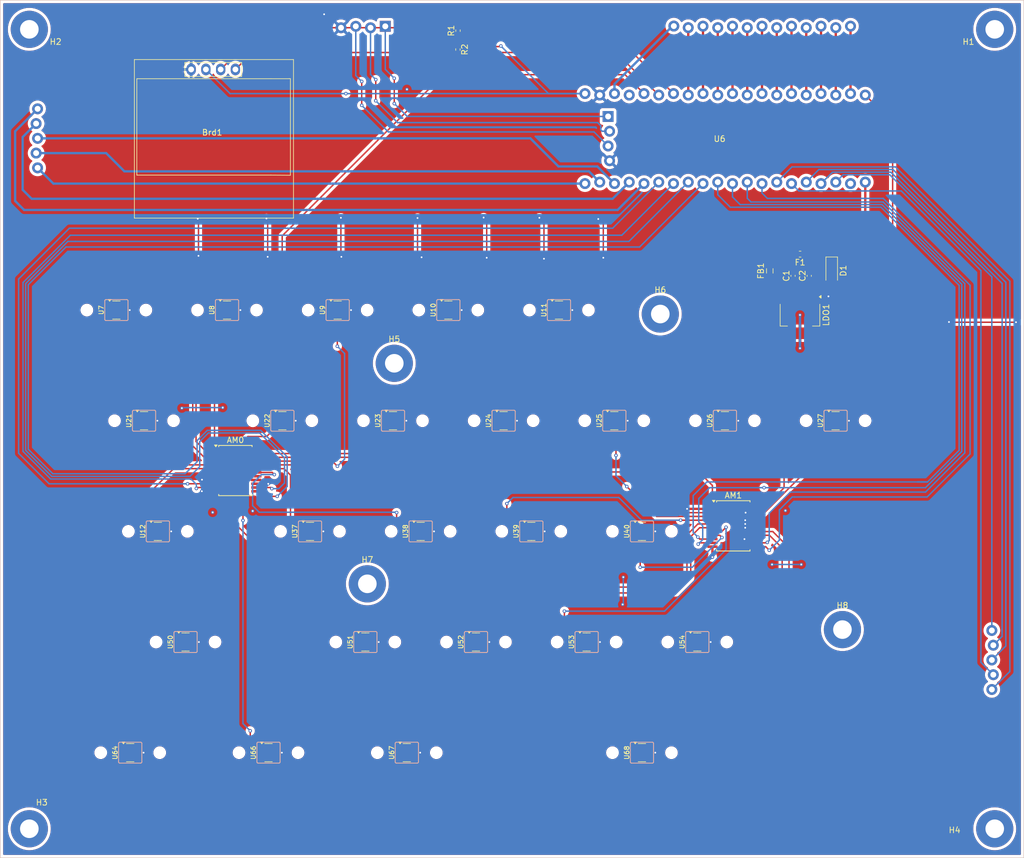
<source format=kicad_pcb>
(kicad_pcb (version 20241229) (generator "pcbnew") (generator_version "9.0")
  (layers (0 "F.Cu" signal) (2 "B.Cu" signal) (13 "F.Paste" user) (15 "B.Paste" user) (5 "F.SilkS" user "F.Silkscreen") (7 "B.SilkS" user "B.Silkscreen") (1 "F.Mask" user) (3 "B.Mask" user) (25 "Edge.Cuts" user))
  (net 0 "")
  (net 1 "AM0:11")
  (net 2 "+3V3")
  (net 3 "AM0:1")
  (net 4 "AM0:6")
  (net 5 "AM0:14")
  (net 6 "AM0:10")
  (net 7 "AM0:8")
  (net 8 "AM0:9")
  (net 9 "AM0:2")
  (net 10 "AM0:SELECT1")
  (net 11 "AM0")
  (net 12 "GND")
  (net 13 "AM0:7")
  (net 14 "AM0:12")
  (net 15 "AM0:15")
  (net 16 "AM0:3")
  (net 17 "AM0:4")
  (net 18 "AM0:5")
  (net 19 "AM0:13")
  (net 20 "PB6_SCL1")
  (net 21 "+3.3V_QWIIC")
  (net 22 "PB7_SDA1")
  (net 23 "AM1:6")
  (net 24 "AM0:SELECT0")
  (net 25 "AM1:5")
  (net 26 "AM1:8")
  (net 27 "AM1:10")
  (net 28 "AM1:4")
  (net 29 "AM1:0")
  (net 30 "AM1:3")
  (net 31 "AM1:1")
  (net 32 "AM1:15")
  (net 33 "AM1:2")
  (net 34 "AM1:14")
  (net 35 "USART1_TX")
  (net 36 "NRST")
  (net 37 "PA8_DISP_DATA")
  (net 38 "unconnected-(U6-PB2-Pad36)")
  (net 39 "PB4_DISP_CS")
  (net 40 "unconnected-(U6-3V3-Pad38)")
  (net 41 "PB3_DISP_SCK")
  (net 42 "unconnected-(U6-PC15-Pad24)")
  (net 43 "USB_D-")
  (net 44 "PWR_SENSE")
  (net 45 "unconnected-(U6-PA15-Pad10)")
  (net 46 "SWDIO")
  (net 47 "+5V")
  (net 48 "unconnected-(U6-VBAT-Pad21)")
  (net 49 "FLASH_CS")
  (net 50 "unconnected-(U6-PC14-Pad23)")
  (net 51 "RGBLED")
  (net 52 "unconnected-(U6-5V-Pad18)")
  (net 53 "PB1_ADC9_BUZZ")
  (net 54 "USART1_RX")
  (net 55 "PB15_MOSI2")
  (net 56 "unconnected-(U6-PC13-Pad22)")
  (net 57 "PB14_MISO2")
  (net 58 "SWCLK")
  (net 59 "AM1")
  (net 60 "USB_D+")
  (net 61 "AM0:SELECT3")
  (net 62 "PB0_ADC8")
  (net 63 "PB13_SCK2")
  (net 64 "SWD_3.3V")
  (net 65 "AM0:SELECT2")
  (net 66 "AM1:SELECT0")
  (net 67 "AM1:SELECT3")
  (net 68 "AM1:SELECT2")
  (net 69 "AM1:SELECT1")
  (net 70 "Net-(LDO1-VI)")
  (net 71 "Net-(D1-K)")
  (net 72 "Net-(F1-Pad2)")
  (footprint "" (layer "F.Cu") (at 315.97 208.51 90)
    (property "Reference" "")
    (property "Value" "")
  )
  (footprint "" (layer "F.Cu") (at 203.92 104.744 -90)
    (property "Reference" "")
    (property "Value" "")
  )
  (footprint "PCM_marbastlib-xp-he:SW_MX_HE_0deg_1u" (layer "F.Cu") (at 208.10625 210.5)
    (property "Reference" "U51")
    (property "Value" "GH39FKSW")
  )
  (footprint "MountingHole:MountingHole_3.2mm_M3_Pad" (layer "F.Cu") (at 150.25625 242.65)
    (property "Reference" "H3")
    (property "Value" "MountingHole")
  )
  (footprint "MountingHole:MountingHole_3.2mm_M3_Pad" (layer "F.Cu") (at 316.46875 105.0125)
    (property "Reference" "H1")
    (property "Value" "MountingHole")
  )
  (footprint "" (layer "F.Cu") (at 151.68 118.7 90)
    (property "Reference" "")
    (property "Value" "")
  )
  (footprint "PCM_marbastlib-xp-he:SW_MX_HE_0deg_1u" (layer "F.Cu") (at 255.73125 191.45)
    (property "Reference" "U40")
    (property "Value" "GH39FKSW")
  )
  (footprint "" (layer "F.Cu") (at 266.24 104.47)
    (property "Reference" "")
    (property "Value" "")
  )
  (footprint "SSD1306:128x64OLED" (layer "F.Cu") (at 181.7375 122.51875)
    (property "Reference" "Brd1")
    (property "Value" "SSD1306")
  )
  (footprint "PCM_marbastlib-xp-he:SW_MX_HE_0deg_1u" (layer "F.Cu") (at 212.86875 172.4)
    (property "Reference" "U23")
    (property "Value" "GH39FKSW")
  )
  (footprint "PCM_marbastlib-xp-he:SW_MX_HE_0deg_1u" (layer "F.Cu") (at 198.58125 191.45)
    (property "Reference" "U37")
    (property "Value" "GH39FKSW")
  )
  (footprint "Inductor_SMD:L_0805_2012Metric" (layer "F.Cu") (at 277.74 146.6 90)
    (property "Reference" "FB1")
    (property "Value" "100 @ 100 MHz")
  )
  (footprint "PCM_marbastlib-xp-he:SW_MX_HE_0deg_1u" (layer "F.Cu") (at 236.68125 191.45)
    (property "Reference" "U39")
    (property "Value" "GH39FKSW")
  )
  (footprint "PCM_marbastlib-xp-he:SW_MX_HE_0deg_1.25u" (layer "F.Cu") (at 167.625 229.55)
    (property "Reference" "U64")
    (property "Value" "GH39FKSW")
  )
  (footprint "MountingHole:MountingHole_3.2mm_M3_Pad" (layer "F.Cu") (at 316.46875 242.65)
    (property "Reference" "H4")
    (property "Value" "MountingHole")
  )
  (footprint "" (layer "F.Cu") (at 273.86 104.724)
    (property "Reference" "")
    (property "Value" "")
  )
  (footprint "Resistor_SMD:R_0402_1005Metric" (layer "F.Cu") (at 224.06 105.24 90)
    (property "Reference" "R1")
    (property "Value" "2k2")
  )
  (footprint "MountingHole:MountingHole_3.2mm_M3_Pad" (layer "F.Cu") (at 258.89 154.03)
    (property "Reference" "H6")
    (property "Value" "MountingHole")
  )
  (footprint "" (layer "F.Cu") (at 151.68 128.86 90)
    (property "Reference" "")
    (property "Value" "")
  )
  (footprint "" (layer "F.Cu") (at 209 104.744 -90)
    (property "Reference" "")
    (property "Value" "")
  )
  (footprint "" (layer "F.Cu") (at 291.64 104.47)
    (property "Reference" "")
    (property "Value" "")
  )
  (footprint "" (layer "F.Cu") (at 284.02 104.724)
    (property "Reference" "")
    (property "Value" "")
  )
  (footprint "" (layer "F.Cu") (at 276.4 104.47)
    (property "Reference" "")
    (property "Value" "")
  )
  (footprint "" (layer "F.Cu") (at 263.7 104.724)
    (property "Reference" "")
    (property "Value" "")
  )
  (footprint "" (layer "F.Cu") (at 278.94 104.724)
    (property "Reference" "")
    (property "Value" "")
  )
  (footprint "PCM_marbastlib-xp-he:SW_MX_HE_0deg_1.75u" (layer "F.Cu") (at 172.3875 191.45)
    (property "Reference" "U12")
    (property "Value" "GH39FKSW")
  )
  (footprint "PCM_marbastlib-xp-he:SW_MX_HE_0deg_1u" (layer "F.Cu") (at 265.25625 210.5)
    (property "Reference" "U54")
    (property "Value" "GH39FKSW")
  )
  (footprint "Package_TO_SOT_SMD:SOT-223-3_TabPin2" (layer "F.Cu") (at 282.94 154.19 -90)
    (property "Reference" "LDO1")
    (property "Value" "AMS1117-3.3")
  )
  (footprint "PCM_marbastlib-xp-he:SW_MX_HE_0deg_1u" (layer "F.Cu") (at 193.81875 172.4)
    (property "Reference" "U22")
    (property "Value" "GH39FKSW")
  )
  (footprint "PCM_marbastlib-xp-he:SW_MX_HE_0deg_1u" (layer "F.Cu") (at 203.34375 153.35)
    (property "Reference" "U9")
    (property "Value" "GH39FKSW")
  )
  (footprint "PCM_marbastlib-xp-he:SW_MX_HE_0deg_3u" (layer "F.Cu") (at 255.73125 229.55)
    (property "Reference" "U68")
    (property "Value" "GH39FKSW")
  )
  (footprint "PCM_marbastlib-xp-he:SW_MX_HE_0deg_1u" (layer "F.Cu") (at 165.24375 153.35)
    (property "Reference" "U7")
    (property "Value" "GH39FKSW")
  )
  (footprint "Capacitor_SMD:C_0402_1005Metric" (layer "F.Cu") (at 281.75 147.45 90)
    (property "Reference" "C1")
    (property "Value" "10u")
  )
  (footprint "" (layer "F.Cu") (at 151.426 121.24 90)
    (property "Reference" "")
    (property "Value" "")
  )
  (footprint "PCM_marbastlib-xp-he:SW_MX_HE_0deg_1.25u" (layer "F.Cu") (at 191.4375 229.55)
    (property "Reference" "U66")
    (property "Value" "GH39FKSW")
  )
  (footprint "PCM_marbastlib-xp-he:SW_MX_HE_0deg_1u" (layer "F.Cu") (at 241.44375 153.35)
    (property "Reference" "U11")
    (property "Value" "GH39FKSW")
  )
  (footprint "" (layer "F.Cu") (at 271.32 104.47)
    (property "Reference" "")
    (property "Value" "")
  )
  (footprint "PCM_marbastlib-xp-he:SW_MX_HE_0deg_2.25" (layer "F.Cu") (at 177.15 210.5)
    (property "Reference" "U50")
    (property "Value" "GH39FKSW")
  )
  (footprint "PCM_marbastlib-xp-he:SW_MX_HE_0deg_1u" (layer "F.Cu") (at 270.01875 172.4)
    (property "Reference" "U26")
    (property "Value" "GH39FKSW")
  )
  (footprint "MountingHole:MountingHole_3.2mm_M3_Pad" (layer "F.Cu") (at 213.09 162.51)
    (property "Reference" "H5")
    (property "Value" "MountingHole")
  )
  (footprint "" (layer "F.Cu") (at 206.46 104.49 -90)
    (property "Reference" "")
    (property "Value" "")
  )
  (footprint "" (layer "F.Cu") (at 151.426 126.32 90)
    (property "Reference" "")
    (property "Value" "")
  )
  (footprint "PCM_marbastlib-xp-he:SW_MX_HE_0deg_1.5u" (layer "F.Cu") (at 170.00625 172.4)
    (property "Reference" "U21")
    (property "Value" "GH39FKSW")
  )
  (footprint "Package_SO:SSOP-24_5.3x8.2mm_P0.65mm" (layer "F.Cu") (at 271.4625 190.5)
    (property "Reference" "AM1")
    (property "Value" "CD74HC4067SM")
  )
  (footprint "PCM_marbastlib-xp-he:SW_MX_HE_0deg_1u" (layer "F.Cu") (at 289.06875 172.4)
    (property "Reference" "U27")
    (property "Value" "GH39FKSW")
  )
  (footprint "PCM_marbastlib-xp-he:SW_MX_HE_0deg_1u" (layer "F.Cu") (at 231.91875 172.4)
    (property "Reference" "U24")
    (property "Value" "GH39FKSW")
  )
  (footprint "PCM_marbastlib-xp-he:SW_MX_HE_0deg_1u" (layer "F.Cu") (at 217.63125 191.45)
    (property "Reference" "U38")
    (property "Value" "GH39FKSW")
  )
  (footprint "kicad_blackpill:BlackPill_STLINK" (layer "F.Cu") (at 269.08125 123.825 -90)
    (property "Reference" "U6")
    (property "Value" "BlackPill_STLINK")
  )
  (footprint "" (layer "F.Cu") (at 289.1 104.724)
    (property "Reference" "")
    (property "Value" "")
  )
  (footprint "MountingHole:MountingHole_3.2mm_M3_Pad" (layer "F.Cu") (at 150.25625 105.0125)
    (property "Reference" "H2")
    (property "Value" "MountingHole")
  )
  (footprint "PCM_marbastlib-xp-he:SW_MX_HE_0deg_1u" (layer "F.Cu") (at 222.39375 153.35)
    (property "Reference" "U10")
    (property "Value" "GH39FKSW")
  )
  (footprint "MountingHole:MountingHole_3.2mm_M3_Pad" (layer "F.Cu") (at 208.45 200.48)
    (property "Reference" "H7")
    (property "Value" "MountingHole")
  )
  (footprint "" (layer "F.Cu") (at 151.68 123.78 90)
    (property "Reference" "")
    (property "Value" "")
  )
  (footprint "" (layer "F.Cu") (at 315.97 218.67 90)
    (property "Reference" "")
    (property "Value" "")
  )
  (footprint "PCM_marbastlib-xp-he:SW_MX_HE_0deg_1u" (layer "F.Cu") (at 227.15625 210.5)
    (property "Reference" "U52")
    (property "Value" "GH39FKSW")
  )
  (footprint "PCM_marbastlib-xp-he:SW_MX_HE_0deg_1u" (layer "F.Cu") (at 184.29375 153.35)
    (property "Reference" "U8")
    (property "Value" "GH39FKSW")
  )
  (footprint "MountingHole:MountingHole_3.2mm_M3_Pad" (layer "F.Cu") (at 290.25 208.36)
    (property "Reference" "H8")
    (property "Value" "MountingHole")
  )
  (footprint "Fuse:Fuse_0603_1608Metric" (layer "F.Cu") (at 282.9575 143.72 180)
    (property "Reference" "F1")
    (property "Value" "500mA")
  )
  (footprint "Resistor_SMD:R_0402_1005Metric" (layer "F.Cu") (at 224.05 108.49 -90)
    (property "Reference" "R2")
    (property "Value" "2k2")
  )
  (footprint "PCM_marbastlib-xp-he:SW_MX_HE_0deg_1u" (layer "F.Cu") (at 250.96875 172.4)
    (property "Reference" "U25")
    (property "Value" "GH39FKSW")
  )
  (footprint "" (layer "F.Cu") (at 316.224 211.05 90)
    (property "Reference" "")
    (property "Value" "")
  )
  (footprint "" (layer "F.Cu") (at 315.97 213.59 90)
    (property "Reference" "")
    (property "Value" "")
  )
  (footprint "" (layer "F.Cu") (at 268.78 104.724)
    (property "Reference" "")
    (property "Value" "")
  )
  (footprint "" (layer "F.Cu") (at 316.224 216.13 90)
    (property "Reference" "")
    (property "Value" "")
  )
  (footprint "Capacitor_SMD:C_0402_1005Metric" (layer "F.Cu") (at 284.53 147.45 90)
    (property "Reference" "C2")
    (property "Value" "10u")
  )
  (footprint "PCM_marbastlib-xp-he:SW_MX_HE_0deg_1u" (layer "F.Cu") (at 246.20625 210.5)
    (property "Reference" "U53")
    (property "Value" "GH39FKSW")
  )
  (footprint "" (layer "F.Cu") (at 261.22 104.45)
    (property "Reference" "")
    (property "Value" "")
  )
  (footprint "" (layer "F.Cu") (at 286.56 104.47)
    (property "Reference" "")
    (property "Value" "")
  )
  (footprint "Diode_SMD:D_SOD-123" (layer "F.Cu") (at 288.4 146.57 -90)
    (property "Reference" "D1")
    (property "Value" "B5819W")
  )
  (footprint "" (layer "F.Cu") (at 281.48 104.47)
    (property "Reference" "")
    (property "Value" "")
  )
  (footprint "Package_SO:SSOP-24_5.3x8.2mm_P0.65mm" (layer "F.Cu") (at 185.7375 180.975)
    (property "Reference" "AM0")
    (property "Value" "CD74HC4067SM")
  )
  (footprint "PCM_marbastlib-xp-he:SW_MX_HE_0deg_1.25u" (layer "F.Cu") (at 215.25 229.55)
    (property "Reference" "U67")
    (property "Value" "GH39FKSW")
  )
  (footprint "" (layer "F.Cu") (at 211.54 104.49 -90)
    (property "Reference" "")
    (property "Value" "")
  )
  (gr_rect (start 145.25625 100.0125) (end 321.46875 247.65) (stroke (width 0.1)) (fill no) (layer "B.SilkS"))
  (gr_rect (start 145.25625 100.0125) (end 321.46875 247.65) (stroke (width 0.05)) (fill no) (layer "Edge.Cuts"))
  (segment (start 202.44 182.09) (end 222.24125 182.09) (width 0.25) (layer "F.Cu") (net 1))
  (segment (start 200.35 180) (end 202.44 182.09) (width 0.25) (layer "F.Cu") (net 1))
  (segment (start 189.3375 180) (end 200.35 180) (width 0.25) (layer "F.Cu") (net 1))
  (segment (start 222.24125 182.09) (end 230.98125 173.35) (width 0.25) (layer "F.Cu") (net 1))
  (segment (start 282.94 154.19) (end 282.94 157.34) (width 0.4) (layer "F.Cu") (net 2))
  (segment (start 284.53 147.93) (end 282.95 149.51) (width 0.4) (layer "F.Cu") (net 2))
  (segment (start 282.95 149.51) (end 282.95 151.03) (width 0.4) (layer "F.Cu") (net 2))
  (segment (start 282.94 151.04) (end 282.94 154.19) (width 0.4) (layer "F.Cu") (net 2))
  (segment (start 282.95 151.03) (end 282.94 151.04) (width 0.4) (layer "F.Cu") (net 2))
  (via (at 215.27 115.34) (size 0.6) (drill 0.3) (layers "F.Cu" "B.Cu") (net 2))
  (via (at 176.52 170.23) (size 0.6) (drill 0.3) (layers "F.Cu" "B.Cu") (net 2))
  (via (at 278.13 197.15) (size 0.6) (drill 0.3) (layers "F.Cu" "B.Cu") (net 2))
  (via (at 280.43 187.87) (size 0.6) (drill 0.3) (layers "F.Cu" "B.Cu") (net 2))
  (via (at 188.71 187.94) (size 0.6) (drill 0.3) (layers "F.Cu" "B.Cu") (net 2))
  (via (at 181.82 188.18) (size 0.6) (drill 0.3) (layers "F.Cu" "B.Cu") (net 2))
  (via (at 183.55 170.14) (size 0.6) (drill 0.3) (layers "F.Cu" "B.Cu") (net 2))
  (via (at 282.94 159.92) (size 0.6) (drill 0.3) (layers "F.Cu" "B.Cu") (net 2))
  (via (at 252.41 204.03) (size 0.6) (drill 0.3) (layers "F.Cu" "B.Cu") (net 2))
  (via (at 252.52 199.33) (size 0.6) (drill 0.3) (layers "F.Cu" "B.Cu") (net 2))
  (via (at 282.94 154.19) (size 0.6) (drill 0.3) (layers "F.Cu" "B.Cu") (net 2))
  (via (at 283.16 197.15) (size 0.6) (drill 0.3) (layers "F.Cu" "B.Cu") (net 2))
  (segment (start 282.94 159.115) (end 282.94 154.19) (width 0.4) (layer "B.Cu") (net 2))
  (segment (start 278.13 197.15) (end 283.16 197.15) (width 0.25) (layer "B.Cu") (net 2))
  (segment (start 176.61 170.14) (end 176.52 170.23) (width 0.25) (layer "B.Cu") (net 2))
  (segment (start 183.55 170.14) (end 176.61 170.14) (width 0.25) (layer "B.Cu") (net 2))
  (segment (start 252.41 204.03) (end 252.52 203.92) (width 0.25) (layer "B.Cu") (net 2))
  (segment (start 282.94 159.115) (end 282.94 159.92) (width 0.4) (layer "B.Cu") (net 2))
  (segment (start 252.52 203.92) (end 252.52 199.33) (width 0.25) (layer "B.Cu") (net 2))
  (segment (start 182.1375 181.95) (end 183.2395 181.95) (width 0.25) (layer "F.Cu") (net 3))
  (segment (start 164.34 229.65) (end 165.19 230.5) (width 0.25) (layer "F.Cu") (net 3))
  (segment (start 183.2395 181.95) (end 183.96 182.6705) (width 0.25) (layer "F.Cu") (net 3))
  (segment (start 164.34 214.68) (end 164.34 229.65) (width 0.25) (layer "F.Cu") (net 3))
  (segment (start 165.19 230.5) (end 166.6875 230.5) (width 0.25) (layer "F.Cu") (net 3))
  (segment (start 183.96 195.06) (end 164.34 214.68) (width 0.25) (layer "F.Cu") (net 3))
  (segment (start 183.96 182.6705) (end 183.96 195.06) (width 0.25) (layer "F.Cu") (net 3))
  (segment (start 182.1375 178.7) (end 184.31 178.7) (width 0.25) (layer "F.Cu") (net 4))
  (segment (start 191.113445 175.117805) (end 192.88125 173.35) (width 0.25) (layer "F.Cu") (net 4))
  (segment (start 187.892195 175.117805) (end 191.113445 175.117805) (width 0.25) (layer "F.Cu") (net 4))
  (segment (start 184.31 178.7) (end 187.892195 175.117805) (width 0.25) (layer "F.Cu") (net 4))
  (segment (start 185.99 183.29) (end 185.99 190.43) (width 0.25) (layer "F.Cu") (net 5))
  (segment (start 207.01 211.45) (end 207.16875 211.45) (width 0.25) (layer "F.Cu") (net 5))
  (segment (start 189.3375 181.95) (end 187.33 181.95) (width 0.25) (layer "F.Cu") (net 5))
  (segment (start 185.99 190.43) (end 207.01 211.45) (width 0.25) (layer "F.Cu") (net 5))
  (segment (start 187.33 181.95) (end 185.99 183.29) (width 0.25) (layer "F.Cu") (net 5))
  (segment (start 202.40625 154.3) (end 203.285 155.17875) (width 0.25) (layer "F.Cu") (net 6))
  (segment (start 202.41 179.35) (end 203.3 180.24) (width 0.25) (layer "F.Cu") (net 6))
  (segment (start 189.3375 179.35) (end 202.41 179.35) (width 0.25) (layer "F.Cu") (net 6))
  (segment (start 203.285 155.17875) (end 203.285 159.575) (width 0.25) (layer "F.Cu") (net 6))
  (via (at 203.3 180.24) (size 0.6) (drill 0.3) (layers "F.Cu" "B.Cu") (net 6))
  (via (at 203.285 159.575) (size 0.6) (drill 0.3) (layers "F.Cu" "B.Cu") (net 6))
  (segment (start 204.53 171.22) (end 204.53 160.82) (width 0.25) (layer "B.Cu") (net 6))
  (segment (start 204.53 160.82) (end 203.285 159.575) (width 0.25) (layer "B.Cu") (net 6))
  (segment (start 204.53 179.01) (end 204.53 171.22) (width 0.25) (layer "B.Cu") (net 6))
  (segment (start 203.3 180.24) (end 204.53 179.01) (width 0.25) (layer "B.Cu") (net 6))
  (segment (start 207.23125 178.05) (end 211.93125 173.35) (width 0.25) (layer "F.Cu") (net 7))
  (segment (start 189.3375 178.05) (end 207.23125 178.05) (width 0.25) (layer "F.Cu") (net 7))
  (segment (start 221.45625 173.18375) (end 221.45625 154.3) (width 0.25) (layer "F.Cu") (net 8))
  (segment (start 189.3375 178.7) (end 215.94 178.7) (width 0.25) (layer "F.Cu") (net 8))
  (segment (start 215.94 178.7) (end 221.45625 173.18375) (width 0.25) (layer "F.Cu") (net 8))
  (segment (start 182.1375 181.3) (end 183.2625 181.3) (width 0.25) (layer "F.Cu") (net 9))
  (segment (start 174.79 211.45) (end 176.2125 211.45) (width 0.25) (layer "F.Cu") (net 9))
  (segment (start 184.6 195.99) (end 173.93 206.66) (width 0.25) (layer "F.Cu") (net 9))
  (segment (start 173.88 206.66) (end 173.88 210.54) (width 0.25) (layer "F.Cu") (net 9))
  (segment (start 184.6 182.6375) (end 184.6 195.99) (width 0.25) (layer "F.Cu") (net 9))
  (segment (start 183.2625 181.3) (end 184.6 182.6375) (width 0.25) (layer "F.Cu") (net 9))
  (segment (start 173.88 210.54) (end 174.79 211.45) (width 0.25) (layer "F.Cu") (net 9))
  (segment (start 173.93 206.66) (end 173.88 206.66) (width 0.25) (layer "F.Cu") (net 9))
  (segment (start 182.1375 183.9) (end 179.18 183.9) (width 0.25) (layer "F.Cu") (net 10))
  (segment (start 179.18 183.9) (end 179.02 184.06) (width 0.25) (layer "F.Cu") (net 10))
  (via (at 179.02 184.06) (size 0.6) (drill 0.3) (layers "F.Cu" "B.Cu") (net 10))
  (segment (start 149.17 148.61) (end 157.32 140.46) (width 0.25) (layer "B.Cu") (net 10))
  (segment (start 252.27325 140.46) (end 261.16125 131.572) (width 0.25) (layer "B.Cu") (net 10))
  (segment (start 178.09 182.43) (end 153.92 182.43) (width 0.25) (layer "B.Cu") (net 10))
  (segment (start 179.02 184.06) (end 179.02 183.36) (width 0.25) (layer "B.Cu") (net 10))
  (segment (start 179.02 183.36) (end 178.09 182.43) (width 0.25) (layer "B.Cu") (net 10))
  (segment (start 149.17 177.68) (end 149.17 148.61) (width 0.25) (layer "B.Cu") (net 10))
  (segment (start 157.32 140.46) (end 252.27325 140.46) (width 0.25) (layer "B.Cu") (net 10))
  (segment (start 153.92 182.43) (end 149.17 177.68) (width 0.25) (layer "B.Cu") (net 10))
  (segment (start 193.79 140.57) (end 221.54 112.82) (width 0.25) (layer "F.Cu") (net 11))
  (segment (start 221.54 112.82) (end 252.82325 112.82) (width 0.25) (layer "F.Cu") (net 11))
  (segment (start 182.1375 165.6025) (end 193.79 153.95) (width 0.25) (layer "F.Cu") (net 11))
  (segment (start 193.79 153.95) (end 193.79 140.57) (width 0.25) (layer "F.Cu") (net 11))
  (segment (start 182.1375 177.4) (end 182.1375 165.6025) (width 0.25) (layer "F.Cu") (net 11))
  (segment (start 252.82325 112.82) (end 256.08125 116.078) (width 0.25) (layer "F.Cu") (net 11))
  (segment (start 273.51 189.525) (end 273.495 189.525) (width 0.4) (layer "F.Cu") (net 12))
  (segment (start 273.495 190.175) (end 273.49 190.17) (width 0.4) (layer "F.Cu") (net 12))
  (segment (start 191.08 137.58) (end 191.29 137.79) (width 0.25) (layer "F.Cu") (net 12))
  (segment (start 237.61875 191.45) (end 238.98125 191.45) (width 0.4) (layer "F.Cu") (net 12))
  (segment (start 173.325 191.45) (end 174.6875 191.45) (width 0.4) (layer "F.Cu") (net 12))
  (segment (start 213.80625 172.4) (end 215.16875 172.4) (width 0.4) (layer "F.Cu") (net 12))
  (segment (start 247.14375 210.5) (end 248.50625 210.5) (width 0.4) (layer "F.Cu") (net 12))
  (segment (start 217.09 143.56) (end 217.79 144.26) (width 0.25) (layer "F.Cu") (net 12))
  (segment (start 204.28125 153.35) (end 205.64375 153.35) (width 0.4) (layer "F.Cu") (net 12))
  (segment (start 217.09 137.5) (end 217.09 143.56) (width 0.25) (layer "F.Cu") (net 12))
  (segment (start 267.8625 194.075) (end 267.8625 195.8875) (width 0.4) (layer "F.Cu") (net 12))
  (segment (start 182.1375 184.55) (end 179.97 184.55) (width 0.4) (layer "F.Cu") (net 12))
  (segment (start 216.1875 229.55) (end 217.55 229.55) (width 0.4) (layer "F.Cu") (net 12))
  (segment (start 275.0625 188.225) (end 273.575 188.225) (width 0.4) (layer "F.Cu") (net 12))
  (segment (start 275.0625 190.175) (end 273.51 190.175) (width 0.4) (layer "F.Cu") (net 12))
  (segment (start 180.03 182.6) (end 179.98 182.55) (width 0.4) (layer "F.Cu") (net 12))
  (segment (start 285.24 147.370001) (end 285.24 151.04) (width 0.4) (layer "F.Cu") (net 12))
  (segment (start 275.0625 189.525) (end 273.51 189.525) (width 0.4) (layer "F.Cu") (net 12))
  (segment (start 228.09375 210.5) (end 229.45625 210.5) (width 0.4) (layer "F.Cu") (net 12))
  (segment (start 192.375 229.55) (end 193.7375 229.55) (width 0.4) (layer "F.Cu") (net 12))
  (segment (start 194.75625 172.4) (end 196.11875 172.4) (width 0.4) (layer "F.Cu") (net 12))
  (segment (start 189.3375 183.25) (end 191.38 183.25) (width 0.4) (layer "F.Cu") (net 12))
  (segment (start 290.00625 172.4) (end 291.36875 172.4) (width 0.4) (layer "F.Cu") (net 12))
  (segment (start 270.95625 172.4) (end 272.31875 172.4) (width 0.4) (layer "F.Cu") (net 12))
  (segment (start 182.1375 182.6) (end 180.03 182.6) (width 0.4) (layer "F.Cu") (net 12))
  (segment (start 285.24 151.04) (end 287.79 151.04) (width 0.4) (layer "F.Cu") (net 12))
  (segment (start 238.86 138.25) (end 238.86 144.51) (width 0.25) (layer "F.Cu") (net 12))
  (segment (start 267.8625 195.8875) (end 267.86 195.89) (width 0.4) (layer "F.Cu") (net 12))
  (segment (start 275.0625 190.825) (end 273.51 190.825) (width 0.4) (layer "F.Cu") (net 12))
  (segment (start 191.29 137.79) (end 191.29 144.18) (width 0.25) (layer "F.Cu") (net 12))
  (segment (start 251.90625 172.4) (end 253.26875 172.4) (width 0.4) (layer "F.Cu") (net 12))
  (segment (start 256.66875 229.55) (end 258.03125 229.55) (width 0.4) (layer "F.Cu") (net 12))
  (segment (start 320.13 155.44) (end 308.63 155.44) (width 0.25) (layer "F.Cu") (net 12))
  (segment (start 191.38 183.25) (end 191.39 183.26) (width 0.4) (layer "F.Cu") (net 12))
  (segment (start 273.51 190.175) (end 273.495 190.175) (width 0.4) (layer "F.Cu") (net 12))
  (segment (start 232.85625 172.4) (end 234.21875 172.4) (width 0.4) (layer "F.Cu") (net 12))
  (segment (start 179.25 137.62) (end 179.38 137.75) (width 0.25) (layer "F.Cu") (net 12))
  (segment (start 249.08 138.54) (end 248.21 137.67) (width 0.25) (layer "F.Cu") (net 12))
  (segment (start 267.8625 187.575) (end 263.505 187.575) (width 0.4) (layer "F.Cu") (net 12))
  (segment (start 185.23125 153.35) (end 186.59375 153.35) (width 0.4) (layer "F.Cu") (net 12))
  (segment (start 256.66875 191.45) (end 258.03125 191.45) (width 0.4) (layer "F.Cu") (net 12))
  (segment (start 178.0875 210.5) (end 179.45 210.5) (width 0.4) (layer "F.Cu") (net 12))
  (segment (start 287.79 151.04) (end 287.84 150.99) (width 0.4) (layer "F.Cu") (net 12))
  (segment (start 281.75 146.97) (end 284.53 146.97) (width 0.4) (layer "F.Cu") (net 12))
  (segment (start 273.385 192.775) (end 273.38 192.78) (width 0.4) (layer "F.Cu") (net 12))
  (segment (start 266.19375 210.5) (end 267.55625 210.5) (width 0.4) (layer "F.Cu") (net 12))
  (segment (start 203.98 144.18) (end 203.9 144.1) (width 0.25) (layer "F.Cu") (net 12))
  (segment (start 218.56875 191.45) (end 219.93125 191.45) (width 0.4) (layer "F.Cu") (net 12))
  (segment (start 199.51875 191.45) (end 200.88125 191.45) (width 0.4) (layer "F.Cu") (net 12))
  (segment (start 273.51 190.825) (end 273.435 190.825) (width 0.4) (layer "F.Cu") (net 12))
  (segment (start 168.5625 229.55) (end 169.925 229.55) (width 0.4) (layer "F.Cu") (net 12))
  (segment (start 229 144.34) (end 229 137.95) (width 0.25) (layer "F.Cu") (net 12))
  (segment (start 238.07 137.46) (end 238.86 138.25) (width 0.25) (layer "F.Cu") (net 12))
  (segment (start 229 137.95) (end 228.47 137.42) (width 0.25) (layer "F.Cu") (net 12))
  (segment (start 275.0625 192.775) (end 273.385 192.775) (width 0.4) (layer "F.Cu") (net 12))
  (segment (start 209.04375 210.5) (end 210.40625 210.5) (width 0.4) (layer "F.Cu") (net 12))
  (segment (start 170.94375 172.4) (end 172.30625 172.4) (width 0.4) (layer "F.Cu") (net 12))
  (segment (start 203.9 144.1) (end 203.9 137.46) (width 0.25) (layer "F.Cu") (net 12))
  (segment (start 263.505 187.575) (end 263.5 187.57) (width 0.4) (layer "F.Cu") (net 12))
  (segment (start 308.63 155.44) (end 308.59 155.4) (width 0.25) (layer "F.Cu") (net 12))
  (segment (start 284.53 146.97) (end 284.839999 146.97) (width 0.4) (layer "F.Cu") (net 12))
  (segment (start 166.18125 153.35) (end 167.54375 153.35) (width 0.4) (layer "F.Cu") (net 12))
  (segment (start 223.33125 153.35) (end 224.69375 153.35) (width 0.4) (layer "F.Cu") (net 12))
  (segment (start 242.38125 153.35) (end 243.74375 153.35) (width 0.4) (layer "F.Cu") (net 12))
  (segment (start 179.38 137.75) (end 179.38 144.01) (width 0.25) (layer "F.Cu") (net 12))
  (segment (start 284.839999 146.97) (end 285.24 147.370001) (width 0.4) (layer "F.Cu") (net 12))
  (segment (start 249.08 144.34) (end 249.08 138.54) (width 0.25) (layer "F.Cu") (net 12))
  (segment (start 179.97 184.55) (end 179.96 184.54) (width 0.4) (layer "F.Cu") (net 12))
  (via (at 287.84 150.99) (size 0.6) (drill 0.3) (layers "F.Cu" "B.Cu") (net 12))
  (via (at 191.08 137.58) (size 0.6) (drill 0.3) (layers "F.Cu" "B.Cu") (net 12))
  (via (at 273.51 190.825) (size 0.6) (drill 0.3) (layers "F.Cu" "B.Cu") (net 12))
  (via (at 191.29 144.18) (size 0.6) (drill 0.3) (layers "F.Cu" "B.Cu") (net 12))
  (via (at 217.79 144.26) (size 0.6) (drill 0.3) (layers "F.Cu" "B.Cu") (net 12))
  (via (at 273.575 188.225) (size 0.6) (drill 0.3) (layers "F.Cu" "B.Cu") (net 12))
  (via (at 229 144.34) (size 0.6) (drill 0.3) (layers "F.Cu" "B.Cu") (net 12))
  (via (at 238.07 137.46) (size 0.6) (drill 0.3) (layers "F.Cu" "B.Cu") (net 12))
  (via (at 263.5 187.57) (size 0.6) (drill 0.3) (layers "F.Cu" "B.Cu") (net 12))
  (via (at 179.38 144.01) (size 0.6) (drill 0.3) (layers "F.Cu" "B.Cu") (net 12))
  (via (at 217.09 137.5) (size 0.6) (drill 0.3) (layers "F.Cu" "B.Cu") (net 12))
  (via (at 273.51 189.525) (size 0.6) (drill 0.3) (layers "F.Cu" "B.Cu") (net 12))
  (via (at 228.47 137.42) (size 0.6) (drill 0.3) (layers "F.Cu" "B.Cu") (net 12))
  (via (at 238.86 144.51) (size 0.6) (drill 0.3) (layers "F.Cu" "B.Cu") (net 12))
  (via (at 248.21 137.67) (size 0.6) (drill 0.3) (layers "F.Cu" "B.Cu") (net 12))
  (via (at 308.59 155.4) (size 0.6) (drill 0.3) (layers "F.Cu" "B.Cu") (net 12))
  (via (at 203.9 137.46) (size 0.6) (drill 0.3) (layers "F.Cu" "B.Cu") (net 12))
  (via (at 273.38 192.78) (size 0.6) (drill 0.3) (layers "F.Cu" "B.Cu") (net 12))
  (via (at 201.01 102.42) (size 0.6) (drill 0.3) (layers "F.Cu" "B.Cu") (net 12))
  (via (at 191.39 183.26) (size 0.6) (drill 0.3) (layers "F.Cu" "B.Cu") (net 12))
  (via (at 179.98 182.55) (size 0.6) (drill 0.3) (layers "F.Cu" "B.Cu") (net 12))
  (via (at 320.13 155.44) (size 0.6) (drill 0.3) (layers "F.Cu" "B.Cu") (net 12))
  (via (at 203.98 144.18) (size 0.6) (drill 0.3) (layers "F.Cu" "B.Cu") (net 12))
  (via (at 179.25 137.62) (size 0.6) (drill 0.3) (layers "F.Cu" "B.Cu") (net 12))
  (via (at 179.96 184.54) (size 0.6) (drill 0.3) (layers "F.Cu" "B.Cu") (net 12))
  (via (at 273.51 190.175) (size 0.6) (drill 0.3) (layers "F.Cu" "B.Cu") (net 12))
  (via (at 249.08 144.34) (size 0.6) (drill 0.3) (layers "F.Cu" "B.Cu") (net 12))
  (via (at 267.86 195.89) (size 0.6) (drill 0.3) (layers "F.Cu" "B.Cu") (net 12))
  (segment (start 201.596 102.42) (end 201.01 102.42) (width 0.25) (layer "B.Cu") (net 12))
  (segment (start 203.92 104.744) (end 201.596 102.42) (width 0.25) (layer "B.Cu") (net 12))
  (segment (start 181.0355 178.05) (end 178.96 175.9745) (width 0.25) (layer "F.Cu") (net 13))
  (segment (start 178.96 158.69625) (end 183.35625 154.3) (width 0.25) (layer "F.Cu") (net 13))
  (segment (start 182.1375 178.05) (end 181.0355 178.05) (width 0.25) (layer "F.Cu") (net 13))
  (segment (start 178.96 175.9745) (end 178.96 158.69625) (width 0.25) (layer "F.Cu") (net 13))
  (segment (start 195.22 191.45) (end 196.17 192.4) (width 0.25) (layer "F.Cu") (net 14))
  (segment (start 195.22 181.76) (end 195.22 191.45) (width 0.25) (layer "F.Cu") (net 14))
  (segment (start 196.17 192.4) (end 197.64375 192.4) (width 0.25) (layer "F.Cu") (net 14))
  (segment (start 189.3375 180.65) (end 194.11 180.65) (width 0.25) (layer "F.Cu") (net 14))
  (segment (start 194.11 180.65) (end 195.22 181.76) (width 0.25) (layer "F.Cu") (net 14))
  (segment (start 188.29 228.29) (end 190.5 230.5) (width 0.25) (layer "F.Cu") (net 15))
  (segment (start 188.29 225.79) (end 188.29 228.29) (width 0.25) (layer "F.Cu") (net 15))
  (segment (start 189.3375 182.6) (end 188.2125 182.6) (width 0.25) (layer "F.Cu") (net 15))
  (segment (start 188.2125 182.6) (end 187.04 183.7725) (width 0.25) (layer "F.Cu") (net 15))
  (segment (start 187.04 183.7725) (end 187.04 189.57) (width 0.25) (layer "F.Cu") (net 15))
  (via (at 187.04 189.57) (size 0.6) (drill 0.3) (layers "F.Cu" "B.Cu") (net 15))
  (via (at 188.29 225.79) (size 0.6) (drill 0.3) (layers "F.Cu" "B.Cu") (net 15))
  (segment (start 187.04 189.57) (end 187.04 224.54) (width 0.25) (layer "B.Cu") (net 15))
  (segment (start 187.04 224.54) (end 188.29 225.79) (width 0.25) (layer "B.Cu") (net 15))
  (segment (start 175.1 180.65) (end 169.2 186.55) (width 0.25) (layer "F.Cu") (net 16))
  (segment (start 169.2 186.55) (end 169.2 191.45) (width 0.25) (layer "F.Cu") (net 16))
  (segment (start 182.1375 180.65) (end 175.1 180.65) (width 0.25) (layer "F.Cu") (net 16))
  (segment (start 169.2 191.45) (end 170.15 192.4) (width 0.25) (layer "F.Cu") (net 16))
  (segment (start 170.15 192.4) (end 171.45 192.4) (width 0.25) (layer "F.Cu") (net 16))
  (segment (start 182.1375 180) (end 175.71875 180) (width 0.25) (layer "F.Cu") (net 17))
  (segment (start 175.71875 180) (end 169.06875 173.35) (width 0.25) (layer "F.Cu") (net 17))
  (segment (start 178.39 168.38375) (end 164.30625 154.3) (width 0.25) (layer "F.Cu") (net 18))
  (segment (start 178.39 176.7275) (end 178.39 168.38375) (width 0.25) (layer "F.Cu") (net 18))
  (segment (start 182.1375 179.35) (end 181.0125 179.35) (width 0.25) (layer "F.Cu") (net 18))
  (segment (start 181.0125 179.35) (end 178.39 176.7275) (width 0.25) (layer "F.Cu") (net 18))
  (segment (start 192.07 181.3) (end 192.44 181.67) (width 0.25) (layer "F.Cu") (net 19))
  (segment (start 213.49 188.21) (end 213.49 189.19625) (width 0.25) (layer "F.Cu") (net 19))
  (segment (start 213.49 189.19625) (end 216.69375 192.4) (width 0.25) (layer "F.Cu") (net 19))
  (segment (start 189.3375 181.3) (end 192.07 181.3) (width 0.25) (layer "F.Cu") (net 19))
  (via (at 213.49 188.21) (size 0.6) (drill 0.3) (layers "F.Cu" "B.Cu") (net 19))
  (via (at 192.44 181.67) (size 0.6) (drill 0.3) (layers "F.Cu" "B.Cu") (net 19))
  (segment (start 189.83 188.15) (end 188.7 187.02) (width 0.25) (layer "B.Cu") (net 19))
  (segment (start 188.7 187.02) (end 188.7 183.19) (width 0.25) (layer "B.Cu") (net 19))
  (segment (start 188.7 183.19) (end 190.22 181.67) (width 0.25) (layer "B.Cu") (net 19))
  (segment (start 213.43 188.15) (end 189.83 188.15) (width 0.25) (layer "B.Cu") (net 19))
  (segment (start 213.49 188.21) (end 213.43 188.15) (width 0.25) (layer "B.Cu") (net 19))
  (segment (start 190.22 181.67) (end 192.44 181.67) (width 0.25) (layer "B.Cu") (net 19))
  (segment (start 190.38625 104.73) (end 224.06 104.73) (width 0.25) (layer "F.Cu") (net 20))
  (segment (start 249.81325 104.73) (end 261.16125 116.078) (width 0.25) (layer "F.Cu") (net 20))
  (segment (start 183.1975 111.91875) (end 190.38625 104.73) (width 0.25) (layer "F.Cu") (net 20))
  (segment (start 224.06 104.73) (end 249.81325 104.73) (width 0.25) (layer "F.Cu") (net 20))
  (segment (start 224.05 107.98) (end 231.34 107.98) (width 0.25) (layer "F.Cu") (net 21))
  (segment (start 231.34 107.98) (end 231.44 107.88) (width 0.25) (layer "F.Cu") (net 21))
  (segment (start 224.06 107.97) (end 224.05 107.98) (width 0.25) (layer "F.Cu") (net 21))
  (segment (start 224.06 105.75) (end 224.06 107.97) (width 0.25) (layer "F.Cu") (net 21))
  (via (at 204.76 116.078) (size 0.6) (drill 0.3) (layers "F.Cu" "B.Cu") (net 21))
  (via (at 231.44 107.88) (size 0.6) (drill 0.3) (layers "F.Cu" "B.Cu") (net 21))
  (segment (start 180.6575 111.91875) (end 184.81675 116.078) (width 0.25) (layer "B.Cu") (net 21))
  (segment (start 231.44 107.88) (end 239.638 116.078) (width 0.25) (layer "B.Cu") (net 21))
  (segment (start 204.76 116.078) (end 245.92125 116.078) (width 0.25) (layer "B.Cu") (net 21))
  (segment (start 184.81675 116.078) (end 204.76 116.078) (width 0.25) (layer "B.Cu") (net 21))
  (segment (start 239.638 116.078) (end 245.92125 116.078) (width 0.25) (layer "B.Cu") (net 21))
  (segment (start 251.28925 109) (end 258.62125 116.332) (width 0.25) (layer "F.Cu") (net 22))
  (segment (start 224.05 109) (end 251.28925 109) (width 0.25) (layer "F.Cu") (net 22))
  (segment (start 188.65625 109) (end 224.05 109) (width 0.25) (layer "F.Cu") (net 22))
  (segment (start 185.7375 111.91875) (end 188.65625 109) (width 0.25) (layer "F.Cu") (net 22))
  (segment (start 259.865 188.225) (end 252.86 181.22) (width 0.25) (layer "F.Cu") (net 23))
  (segment (start 245.69 181.22) (end 242.7 178.23) (width 0.25) (layer "F.Cu") (net 23))
  (segment (start 242.7 178.23) (end 242.7 156.49375) (width 0.25) (layer "F.Cu") (net 23))
  (segment (start 252.86 181.22) (end 245.69 181.22) (width 0.25) (layer "F.Cu") (net 23))
  (segment (start 242.7 156.49375) (end 240.50625 154.3) (width 0.25) (layer "F.Cu") (net 23))
  (segment (start 267.8625 188.225) (end 259.865 188.225) (width 0.25) (layer "F.Cu") (net 23))
  (segment (start 182.1375 183.25) (end 177.51 183.25) (width 0.25) (layer "F.Cu") (net 24))
  (segment (start 177.51 183.25) (end 177.5 183.26) (width 0.25) (layer "F.Cu") (net 24))
  (via (at 177.5 183.26) (size 0.6) (drill 0.3) (layers "F.Cu" "B.Cu") (net 24))
  (segment (start 148.41 178.01) (end 153.66 183.26) (width 0.25) (layer "B.Cu") (net 24))
  (segment (start 153.66 183.26) (end 177.15 183.26) (width 0.25) (layer "B.Cu") (net 24))
  (segment (start 157.16 139.25) (end 148.41 148) (width 0.25) (layer "B.Cu") (net 24))
  (segment (start 250.68925 139.25) (end 157.16 139.25) (width 0.25) (layer "B.Cu") (net 24))
  (segment (start 177.15 183.26) (end 177.5 183.26) (width 0.25) (layer "B.Cu") (net 24))
  (segment (start 258.62125 131.318) (end 250.68925 139.25) (width 0.25) (layer "B.Cu") (net 24))
  (segment (start 148.41 148) (end 148.41 178.01) (width 0.25) (layer "B.Cu") (net 24))
  (segment (start 251.26 174.57875) (end 250.03125 173.35) (width 0.25) (layer "F.Cu") (net 25))
  (segment (start 258.265 188.875) (end 253.12 183.73) (width 0.25) (layer "F.Cu") (net 25))
  (segment (start 267.8625 188.875) (end 258.265 188.875) (width 0.25) (layer "F.Cu") (net 25))
  (segment (start 251.26 178.37) (end 251.26 174.57875) (width 0.25) (layer "F.Cu") (net 25))
  (via (at 251.26 178.37) (size 0.6) (drill 0.3) (layers "F.Cu" "B.Cu") (net 25))
  (via (at 253.12 183.73) (size 0.6) (drill 0.3) (layers "F.Cu" "B.Cu") (net 25))
  (segment (start 251.26 181.87) (end 251.26 178.37) (width 0.25) (layer "B.Cu") (net 25))
  (segment (start 253.12 183.73) (end 251.26 181.87) (width 0.25) (layer "B.Cu") (net 25))
  (segment (start 276.565 187.575) (end 280.2 183.94) (width 0.25) (layer "F.Cu") (net 26))
  (segment (start 280.2 183.94) (end 280.2 178.92) (width 0.25) (layer "F.Cu") (net 26))
  (segment (start 280.2 178.92) (end 278.75 177.47) (width 0.25) (layer "F.Cu") (net 26))
  (segment (start 278.75 177.47) (end 273.20125 177.47) (width 0.25) (layer "F.Cu") (net 26))
  (segment (start 275.0625 187.575) (end 276.565 187.575) (width 0.25) (layer "F.Cu") (net 26))
  (segment (start 273.20125 177.47) (end 269.08125 173.35) (width 0.25) (layer "F.Cu") (net 26))
  (segment (start 288.13125 176.93125) (end 288.13125 173.35) (width 0.25) (layer "F.Cu") (net 27))
  (segment (start 275.0625 188.875) (end 276.1875 188.875) (width 0.25) (layer "F.Cu") (net 27))
  (segment (start 276.1875 188.875) (end 288.13125 176.93125) (width 0.25) (layer "F.Cu") (net 27))
  (segment (start 232.47 189.12625) (end 235.74375 192.4) (width 0.25) (layer "F.Cu") (net 28))
  (segment (start 232.47 186.67) (end 232.47 189.12625) (width 0.25) (layer "F.Cu") (net 28))
  (segment (start 267.8625 189.525) (end 262.385 189.525) (width 0.25) (layer "F.Cu") (net 28))
  (segment (start 262.385 189.525) (end 262.38 189.52) (width 0.25) (layer "F.Cu") (net 28))
  (via (at 262.38 189.52) (size 0.6) (drill 0.3) (layers "F.Cu" "B.Cu") (net 28))
  (via (at 232.47 186.67) (size 0.6) (drill 0.3) (layers "F.Cu" "B.Cu") (net 28))
  (segment (start 233.52 185.62) (end 232.47 186.67) (width 0.25) (layer "B.Cu") (net 28))
  (segment (start 262.38 189.52) (end 255.64 189.52) (width 0.25) (layer "B.Cu") (net 28))
  (segment (start 255.64 189.52) (end 251.74 185.62) (width 0.25) (layer "B.Cu") (net 28))
  (segment (start 251.74 185.62) (end 233.52 185.62) (width 0.25) (layer "B.Cu") (net 28))
  (segment (start 255.43 197.62) (end 255.43 194.62) (width 0.25) (layer "F.Cu") (net 29))
  (segment (start 267.8625 192.125) (end 269.125 192.125) (width 0.25) (layer "F.Cu") (net 29))
  (segment (start 269.125 192.125) (end 269.505 192.505) (width 0.25) (layer "F.Cu") (net 29))
  (segment (start 254.79375 193.98375) (end 254.79375 192.4) (width 0.25) (layer "F.Cu") (net 29))
  (segment (start 255.43 194.62) (end 254.79375 193.98375) (width 0.25) (layer "F.Cu") (net 29))
  (via (at 255.43 197.62) (size 0.6) (drill 0.3) (layers "F.Cu" "B.Cu") (net 29))
  (via (at 269.505 192.505) (size 0.6) (drill 0.3) (layers "F.Cu" "B.Cu") (net 29))
  (segment (start 269.505 192.505) (end 264.39 197.62) (width 0.25) (layer "B.Cu") (net 29))
  (segment (start 264.39 197.62) (end 255.43 197.62) (width 0.25) (layer "B.Cu") (net 29))
  (segment (start 263.48 198.62) (end 261.06 201.04) (width 0.25) (layer "F.Cu") (net 30))
  (segment (start 223.79 203.88) (end 223.79 210.45) (width 0.25) (layer "F.Cu") (net 30))
  (segment (start 267.8625 190.175) (end 265.355 190.175) (width 0.25) (layer "F.Cu") (net 30))
  (segment (start 263.48 192.05) (end 263.48 198.62) (width 0.25) (layer "F.Cu") (net 30))
  (segment (start 261.06 201.04) (end 226.63 201.04) (width 0.25) (layer "F.Cu") (net 30))
  (segment (start 226.63 201.04) (end 223.79 203.88) (width 0.25) (layer "F.Cu") (net 30))
  (segment (start 223.79 210.45) (end 224.79 211.45) (width 0.25) (layer "F.Cu") (net 30))
  (segment (start 265.355 190.175) (end 263.48 192.05) (width 0.25) (layer "F.Cu") (net 30))
  (segment (start 224.79 211.45) (end 226.21875 211.45) (width 0.25) (layer "F.Cu") (net 30))
  (segment (start 269.475 191.475) (end 270.21 190.74) (width 0.25) (layer "F.Cu") (net 31))
  (segment (start 242.38 208.56125) (end 245.26875 211.45) (width 0.25) (layer "F.Cu") (net 31))
  (segment (start 242.38 205.18) (end 242.38 208.56125) (width 0.25) (layer "F.Cu") (net 31))
  (segment (start 267.8625 191.475) (end 269.475 191.475) (width 0.25) (layer "F.Cu") (net 31))
  (via (at 242.38 205.18) (size 0.6) (drill 0.3) (layers "F.Cu" "B.Cu") (net 31))
  (via (at 270.21 190.74) (size 0.6) (drill 0.3) (layers "F.Cu" "B.Cu") (net 31))
  (segment (start 270.21 194.59) (end 261.36 203.44) (width 0.25) (layer "B.Cu") (net 31))
  (segment (start 261.36 203.44) (end 259.62 205.18) (width 0.25) (layer "B.Cu") (net 31))
  (segment (start 270.21 190.74) (end 270.21 194.59) (width 0.25) (layer "B.Cu") (net 31))
  (segment (start 259.62 205.18) (end 242.38 205.18) (width 0.25) (layer "B.Cu") (net 31))
  (segment (start 279.87 194.31) (end 277.685 192.125) (width 0.25) (layer "F.Cu") (net 32))
  (segment (start 274.08 205.42) (end 279.87 199.63) (width 0.25) (layer "F.Cu") (net 32))
  (segment (start 261.33 208.46125) (end 261.33 206.86) (width 0.25) (layer "F.Cu") (net 32))
  (segment (start 277.685 192.125) (end 275.0625 192.125) (width 0.25) (layer "F.Cu") (net 32))
  (segment (start 262.77 205.42) (end 274.08 205.42) (width 0.25) (layer "F.Cu") (net 32))
  (segment (start 264.31875 211.45) (end 261.33 208.46125) (width 0.25) (layer "F.Cu") (net 32))
  (segment (start 261.33 206.86) (end 262.77 205.42) (width 0.25) (layer "F.Cu") (net 32))
  (segment (start 279.87 199.63) (end 279.87 194.31) (width 0.25) (layer "F.Cu") (net 32))
  (segment (start 211.9 229.17) (end 213.23 230.5) (width 0.25) (layer "F.Cu") (net 33))
  (segment (start 239.49 202.05) (end 236.42 205.12) (width 0.25) (layer "F.Cu") (net 33))
  (segment (start 236.42 215.77) (end 231.54 220.65) (width 0.25) (layer "F.Cu") (net 33))
  (segment (start 264.13 192.36) (end 264.13 199.55) (width 0.25) (layer "F.Cu") (net 33))
  (segment (start 214.03 220.65) (end 211.9 222.78) (width 0.25) (layer "F.Cu") (net 33))
  (segment (start 213.23 230.5) (end 214.3125 230.5) (width 0.25) (layer "F.Cu") (net 33))
  (segment (start 211.9 222.78) (end 211.9 229.17) (width 0.25) (layer "F.Cu") (net 33))
  (segment (start 264.13 199.55) (end 261.63 202.05) (width 0.25) (layer "F.Cu") (net 33))
  (segment (start 231.54 220.65) (end 214.03 220.65) (width 0.25) (layer "F.Cu") (net 33))
  (segment (start 265.665 190.825) (end 264.13 192.36) (width 0.25) (layer "F.Cu") (net 33))
  (segment (start 267.8625 190.825) (end 265.665 190.825) (width 0.25) (layer "F.Cu") (net 33))
  (segment (start 236.42 205.12) (end 236.42 215.77) (width 0.25) (layer "F.Cu") (net 33))
  (segment (start 261.63 202.05) (end 239.49 202.05) (width 0.25) (layer "F.Cu") (net 33))
  (segment (start 257.88 220.01) (end 252.24 225.65) (width 0.25) (layer "F.Cu") (net 34))
  (segment (start 278.255 191.475) (end 281.05 194.27) (width 0.25) (layer "F.Cu") (net 34))
  (segment (start 275.0625 191.475) (end 278.255 191.475) (width 0.25) (layer "F.Cu") (net 34))
  (segment (start 252.24 229.26) (end 253.48 230.5) (width 0.25) (layer "F.Cu") (net 34))
  (segment (start 275.02 220.01) (end 257.88 220.01) (width 0.25) (layer "F.Cu") (net 34))
  (segment (start 281.05 213.98) (end 275.02 220.01) (width 0.25) (layer "F.Cu") (net 34))
  (segment (start 281.05 194.27) (end 281.05 213.98) (width 0.25) (layer "F.Cu") (net 34))
  (segment (start 252.24 225.65) (end 252.24 229.26) (width 0.25) (layer "F.Cu") (net 34))
  (segment (start 253.48 230.5) (end 254.79375 230.5) (width 0.25) (layer "F.Cu") (net 34))
  (segment (start 281.48 104.47) (end 281.48 116.07675) (width 0.4) (layer "F.Cu") (net 35))
  (segment (start 281.48 116.07675) (end 281.48125 116.078) (width 0.4) (layer "F.Cu") (net 35))
  (segment (start 256.08125 131.572) (end 251.54325 136.11) (width 0.4) (layer "B.Cu") (net 36))
  (segment (start 147.81 122.57) (end 151.68 118.7) (width 0.4) (layer "B.Cu") (net 36))
  (segment (start 251.54325 136.11) (end 149.36 136.11) (width 0.4) (layer "B.Cu") (net 36))
  (segment (start 147.81 134.56) (end 147.81 122.57) (width 0.4) (layer "B.Cu") (net 36))
  (segment (start 149.36 136.11) (end 147.81 134.56) (width 0.4) (layer "B.Cu") (net 36))
  (segment (start 284.02125 104.72525) (end 284.02 104.724) (width 0.4) (layer "F.Cu") (net 37))
  (segment (start 284.02125 116.332) (end 284.02125 104.72525) (width 0.4) (layer "F.Cu") (net 37))
  (segment (start 298.9502 129.1502) (end 318.38 148.58) (width 0.25) (layer "B.Cu") (net 38))
  (segment (start 318.38 148.58) (end 318.38 211.18) (width 0.25) (layer "B.Cu") (net 38))
  (segment (start 286.18905 129.1502) (end 298.9502 129.1502) (width 0.25) (layer "B.Cu") (net 38))
  (segment (start 284.02125 131.318) (end 286.18905 129.1502) (width 0.25) (layer "B.Cu") (net 38))
  (segment (start 318.38 211.18) (end 315.97 213.59) (width 0.25) (layer "B.Cu") (net 38))
  (segment (start 266.24 116.07675) (end 266.24125 116.078) (width 0.4) (layer "F.Cu") (net 39))
  (segment (start 266.24 104.47) (end 266.24 116.07675) (width 0.4) (layer "F.Cu") (net 39))
  (segment (start 315.97 147.63) (end 315.97 208.51) (width 0.25) (layer "B.Cu") (net 40))
  (segment (start 289.10125 131.318) (end 290.36705 130.0522) (width 0.25) (layer "B.Cu") (net 40))
  (segment (start 298.3922 130.0522) (end 315.97 147.63) (width 0.25) (layer "B.Cu") (net 40))
  (segment (start 290.36705 130.0522) (end 298.3922 130.0522) (width 0.25) (layer "B.Cu") (net 40))
  (segment (start 268.78125 104.72525) (end 268.78 104.724) (width 0.4) (layer "F.Cu") (net 41))
  (segment (start 268.78125 116.332) (end 268.78125 104.72525) (width 0.4) (layer "F.Cu") (net 41))
  (segment (start 149.11 123.556) (end 151.426 121.24) (width 0.4) (layer "B.Cu") (net 42))
  (segment (start 150.66 134.19) (end 149.11 132.64) (width 0.4) (layer "B.Cu") (net 42))
  (segment (start 253.54125 131.318) (end 250.66925 134.19) (width 0.4) (layer "B.Cu") (net 42))
  (segment (start 250.66925 134.19) (end 150.66 134.19) (width 0.4) (layer "B.Cu") (net 42))
  (segment (start 149.11 132.64) (end 149.11 123.556) (width 0.4) (layer "B.Cu") (net 42))
  (segment (start 276.4 116.07675) (end 276.40125 116.078) (width 0.4) (layer "F.Cu") (net 43))
  (segment (start 276.4 104.47) (end 276.4 116.07675) (width 0.4) (layer "F.Cu") (net 43))
  (segment (start 288.53205 129.6012) (end 286.56125 131.572) (width 0.25) (layer "B.Cu") (net 44))
  (segment (start 317.74 209.534) (end 317.74 148.76219) (width 0.25) (layer "B.Cu") (net 44))
  (segment (start 316.224 211.05) (end 317.74 209.534) (width 0.25) (layer "B.Cu") (net 44))
  (segment (start 317.74 148.76219) (end 298.57901 129.6012) (width 0.25) (layer "B.Cu") (net 44))
  (segment (start 298.57901 129.6012) (end 288.53205 129.6012) (width 0.25) (layer "B.Cu") (net 44))
  (segment (start 271.32 104.47) (end 271.32 116.07675) (width 0.4) (layer "F.Cu") (net 45))
  (segment (start 271.32 116.07675) (end 271.32125 116.078) (width 0.4) (layer "F.Cu") (net 45))
  (segment (start 209.895 117.305) (end 209.9 117.3) (width 0.25) (layer "F.Cu") (net 46))
  (segment (start 209.9 117.3) (end 209.9 113.67) (width 0.25) (layer "F.Cu") (net 46))
  (via (at 209.895 117.305) (size 0.6) (drill 0.3) (layers "F.Cu" "B.Cu") (net 46))
  (via (at 209.9 113.67) (size 0.6) (drill 0.3) (layers "F.Cu" "B.Cu") (net 46))
  (segment (start 213.66 121.07) (end 248.08 121.07) (width 0.25) (layer "B.Cu") (net 46))
  (segment (start 248.63845 122.31845) (end 248.875 122.555) (width 0.25) (layer "B.Cu") (net 46))
  (segment (start 209.9 113.67) (end 209 112.77) (width 0.25) (layer "B.Cu") (net 46))
  (segment (start 209 112.77) (end 209 104.744) (width 0.25) (layer "B.Cu") (net 46))
  (segment (start 209.89 117.3) (end 209.895 117.305) (width 0.25) (layer "B.Cu") (net 46))
  (segment (start 209.895 117.305) (end 213.66 121.07) (width 0.25) (layer "B.Cu") (net 46))
  (segment (start 248.63845 121.62845) (end 248.63845 122.31845) (width 0.25) (layer "B.Cu") (net 46))
  (segment (start 248.08 121.07) (end 248.63845 121.62845) (width 0.25) (layer "B.Cu") (net 46))
  (segment (start 248.875 122.555) (end 250.15825 122.555) (width 0.25) (layer "B.Cu") (net 46))
  (segment (start 294.18125 131.318) (end 294.18125 146.57875) (width 0.4) (layer "F.Cu") (net 47))
  (segment (start 294.18125 146.57875) (end 292.54 148.22) (width 0.4) (layer "F.Cu") (net 47))
  (segment (start 292.54 148.22) (end 288.4 148.22) (width 0.4) (layer "F.Cu") (net 47))
  (segment (start 154.392 131.572) (end 151.68 128.86) (width 0.4) (layer "B.Cu") (net 48))
  (segment (start 245.92125 131.572) (end 154.392 131.572) (width 0.4) (layer "B.Cu") (net 48))
  (segment (start 241.36 128.62) (end 236.52 123.78) (width 0.4) (layer "B.Cu") (net 50))
  (segment (start 251.00125 131.572) (end 248.04925 128.62) (width 0.4) (layer "B.Cu") (net 50))
  (segment (start 248.04925 128.62) (end 241.36 128.62) (width 0.4) (layer "B.Cu") (net 50))
  (segment (start 236.52 123.78) (end 151.68 123.78) (width 0.4) (layer "B.Cu") (net 50))
  (segment (start 263.70125 104.72525) (end 263.7 104.724) (width 0.4) (layer "F.Cu") (net 51))
  (segment (start 263.70125 116.332) (end 263.70125 104.72525) (width 0.4) (layer "F.Cu") (net 51))
  (segment (start 251.00125 114.42875) (end 260.65 104.78) (width 0.4) (layer "B.Cu") (net 52))
  (segment (start 251.00125 116.078) (end 251.00125 114.42875) (width 0.4) (layer "B.Cu") (net 52))
  (segment (start 314.09 213.996) (end 316.224 216.13) (width 0.25) (layer "B.Cu") (net 53))
  (segment (start 300.3778 132.8378) (end 314.09 146.55) (width 0.25) (layer "B.Cu") (net 53))
  (segment (start 282.74705 132.8378) (end 300.3778 132.8378) (width 0.25) (layer "B.Cu") (net 53))
  (segment (start 314.09 146.55) (end 314.09 213.996) (width 0.25) (layer "B.Cu") (net 53))
  (segment (start 281.48125 131.572) (end 282.74705 132.8378) (width 0.25) (layer "B.Cu") (net 53))
  (segment (start 278.94125 104.72525) (end 278.94 104.724) (width 0.4) (layer "F.Cu") (net 54))
  (segment (start 278.94125 116.332) (end 278.94125 104.72525) (width 0.4) (layer "F.Cu") (net 54))
  (segment (start 286.56 116.07675) (end 286.56125 116.078) (width 0.4) (layer "F.Cu") (net 55))
  (segment (start 286.56 104.47) (end 286.56 116.07675) (width 0.4) (layer "F.Cu") (net 55))
  (segment (start 163.48 126.32) (end 151.426 126.32) (width 0.4) (layer "B.Cu") (net 56))
  (segment (start 248.46125 131.318) (end 246.60325 129.46) (width 0.4) (layer "B.Cu") (net 56))
  (segment (start 246.60325 129.46) (end 166.62 129.46) (width 0.4) (layer "B.Cu") (net 56))
  (segment (start 166.62 129.46) (end 163.48 126.32) (width 0.4) (layer "B.Cu") (net 56))
  (segment (start 289.10125 104.72525) (end 289.1 104.724) (width 0.4) (layer "F.Cu") (net 57))
  (segment (start 289.10125 116.332) (end 289.10125 104.72525) (width 0.4) (layer "F.Cu") (net 57))
  (segment (start 207.48 118.1) (end 207.48 113.99) (width 0.25) (layer "F.Cu") (net 58))
  (via (at 207.48 113.99) (size 0.6) (drill 0.3) (layers "F.Cu" "B.Cu") (net 58))
  (via (at 207.48 118.1) (size 0.6) (drill 0.3) (layers "F.Cu" "B.Cu") (net 58))
  (segment (start 249.90425 125.095) (end 247.48925 122.68) (width 0.25) (layer "B.Cu") (net 58))
  (segment (start 206.46 112.97) (end 206.46 104.49) (width 0.25) (layer "B.Cu") (net 58))
  (segment (start 247.48925 122.68) (end 212.06 122.68) (width 0.25) (layer "B.Cu") (net 58))
  (segment (start 212.06 122.68) (end 207.48 118.1) (width 0.25) (layer "B.Cu") (net 58))
  (segment (start 207.48 113.99) (end 206.46 112.97) (width 0.25) (layer "B.Cu") (net 58))
  (segment (start 267.8625 186.925) (end 267.8625 183.5525) (width 0.25) (layer "F.Cu") (net 59))
  (segment (start 286.94 161.71) (end 298.89 149.76) (width 0.25) (layer "F.Cu") (net 59))
  (segment (start 267.8625 183.5525) (end 260.45 176.14) (width 0.25) (layer "F.Cu") (net 59))
  (segment (start 260.45 166.56) (end 265.3 161.71) (width 0.25) (layer "F.Cu") (net 59))
  (segment (start 298.89 149.76) (end 298.89 121.04075) (width 0.25) (layer "F.Cu") (net 59))
  (segment (start 260.45 176.14) (end 260.45 166.56) (width 0.25) (layer "F.Cu") (net 59))
  (segment (start 298.89 121.04075) (end 294.18125 116.332) (width 0.25) (layer "F.Cu") (net 59))
  (segment (start 265.3 161.71) (end 286.94 161.71) (width 0.25) (layer "F.Cu") (net 59))
  (segment (start 273.86125 104.72525) (end 273.86 104.724) (width 0.4) (layer "F.Cu") (net 60))
  (segment (start 273.86125 116.332) (end 273.86125 104.72525) (width 0.4) (layer "F.Cu") (net 60))
  (segment (start 190.2075 185.42) (end 192.93 185.42) (width 0.25) (layer "F.Cu") (net 61))
  (segment (start 189.3375 184.55) (end 190.2075 185.42) (width 0.25) (layer "F.Cu") (net 61))
  (via (at 192.93 185.42) (size 0.6) (drill 0.3) (layers "F.Cu" "B.Cu") (net 61))
  (segment (start 232.81 142.49) (end 156.56562 142.49) (width 0.25) (layer "B.Cu") (net 61))
  (segment (start 156.56562 142.49) (end 150.072 148.98362) (width 0.25) (layer "B.Cu") (net 61))
  (segment (start 179.139 176.28) (end 179.139 175.81319) (width 0.25) (layer "B.Cu") (net 61))
  (segment (start 179.139 179.469) (end 179.139 176.28) (width 0.25) (layer "B.Cu") (net 61))
  (segment (start 177.08 181.528) (end 179.139 179.469) (width 0.25) (layer "B.Cu") (net 61))
  (segment (start 266.24125 131.572) (end 255.32325 142.49) (width 0.25) (layer "B.Cu") (net 61))
  (segment (start 255.32325 142.49) (end 232.81 142.49) (width 0.25) (layer "B.Cu") (net 61))
  (segment (start 150.072 148.98362) (end 150.072 149.11) (width 0.25) (layer "B.Cu") (net 61))
  (segment (start 150.10781 177.34219) (end 154.29362 181.528) (width 0.25) (layer "B.Cu") (net 61))
  (segment (start 180.89319 174.059) (end 190.09681 174.059) (width 0.25) (layer "B.Cu") (net 61))
  (segment (start 150.072 149.11) (end 150.072 177.30638) (width 0.25) (layer "B.Cu") (net 61))
  (segment (start 179.139 175.81319) (end 180.89319 174.059) (width 0.25) (layer "B.Cu") (net 61))
  (segment (start 154.29362 181.528) (end 177.08 181.528) (width 0.25) (layer "B.Cu") (net 61))
  (segment (start 194.641 178.60319) (end 194.641 183.709) (width 0.25) (layer "B.Cu") (net 61))
  (segment (start 194.641 183.709) (end 192.93 185.42) (width 0.25) (layer "B.Cu") (net 61))
  (segment (start 150.072 177.30638) (end 150.10781 177.34219) (width 0.25) (layer "B.Cu") (net 61))
  (segment (start 190.09681 174.059) (end 194.641 178.60319) (width 0.25) (layer "B.Cu") (net 61))
  (segment (start 299.39701 128.6992) (end 319.07 148.37219) (width 0.25) (layer "B.Cu") (net 62))
  (segment (start 281.56005 128.6992) (end 299.39701 128.6992) (width 0.25) (layer "B.Cu") (net 62))
  (segment (start 319.07 215.57) (end 315.97 218.67) (width 0.25) (layer "B.Cu") (net 62))
  (segment (start 278.94125 131.318) (end 281.56005 128.6992) (width 0.25) (layer "B.Cu") (net 62))
  (segment (start 319.07 148.37219) (end 319.07 215.57) (width 0.25) (layer "B.Cu") (net 62))
  (segment (start 291.64 104.47) (end 291.64 116.07675) (width 0.4) (layer "F.Cu") (net 63))
  (segment (start 291.64 116.07675) (end 291.64125 116.078) (width 0.4) (layer "F.Cu") (net 63))
  (segment (start 213.1 117.79) (end 213.09 117.78) (width 0.25) (layer "F.Cu") (net 64))
  (segment (start 213.09 117.78) (end 213.09 113.45) (width 0.25) (layer "F.Cu") (net 64))
  (via (at 213.09 113.45) (size 0.6) (drill 0.3) (layers "F.Cu" "B.Cu") (net 64))
  (via (at 213.1 117.79) (size 0.6) (drill 0.3) (layers "F.Cu" "B.Cu") (net 64))
  (segment (start 213.09 113.45) (end 211.54 111.9) (width 0.25) (layer "B.Cu") (net 64))
  (segment (start 249.90425 120.015) (end 215.325 120.015) (width 0.25) (layer "B.Cu") (net 64))
  (segment (start 211.54 111.9) (end 211.54 104.49) (width 0.25) (layer "B.Cu") (net 64))
  (segment (start 215.325 120.015) (end 213.1 117.79) (width 0.25) (layer "B.Cu") (net 64))
  (segment (start 191.82 183.9) (end 192.01 184.09) (width 0.25) (layer "F.Cu") (net 65))
  (segment (start 189.3375 183.9) (end 191.82 183.9) (width 0.25) (layer "F.Cu") (net 65))
  (via (at 192.01 184.09) (size 0.6) (drill 0.3) (layers "F.Cu" "B.Cu") (net 65))
  (segment (start 149.621 177.49319) (end 154.10681 181.979) (width 0.25) (layer "B.Cu") (net 65))
  (segment (start 253.48925 141.53) (end 158.17 141.53) (width 0.25) (layer "B.Cu") (net 65))
  (segment (start 156.88781 141.53) (end 149.621 148.79681) (width 0.25) (layer "B.Cu") (net 65))
  (segment (start 194.19 178.79) (end 194.19 183.11) (width 0.25) (layer "B.Cu") (net 65))
  (segment (start 194.19 183.11) (end 193.21 184.09) (width 0.25) (layer "B.Cu") (net 65))
  (segment (start 158.17 141.53) (end 156.88781 141.53) (width 0.25) (layer "B.Cu") (net 65))
  (segment (start 263.70125 131.318) (end 253.48925 141.53) (width 0.25) (layer "B.Cu") (net 65))
  (segment (start 177.69 181.979) (end 177.911 181.979) (width 0.25) (layer "B.Cu") (net 65))
  (segment (start 192.01 184.09) (end 191.97 184.09) (width 0.25) (layer "B.Cu") (net 65))
  (segment (start 181.08 174.51) (end 189.3 174.51) (width 0.25) (layer "B.Cu") (net 65))
  (segment (start 189.91 174.51) (end 192.83 177.43) (width 0.25) (layer "B.Cu") (net 65))
  (segment (start 189.3 174.51) (end 189.91 174.51) (width 0.25) (layer "B.Cu") (net 65))
  (segment (start 179.59 176) (end 181.08 174.51) (width 0.25) (layer "B.Cu") (net 65))
  (segment (start 193.21 184.09) (end 192.01 184.09) (width 0.25) (layer "B.Cu") (net 65))
  (segment (start 192.83 177.43) (end 194.19 178.79) (width 0.25) (layer "B.Cu") (net 65))
  (segment (start 154.10681 181.979) (end 177.69 181.979) (width 0.25) (layer "B.Cu") (net 65))
  (segment (start 177.911 181.979) (end 179.59 180.3) (width 0.25) (layer "B.Cu") (net 65))
  (segment (start 149.621 148.79681) (end 149.621 177.49319) (width 0.25) (layer "B.Cu") (net 65))
  (segment (start 179.59 180.3) (end 179.59 176) (width 0.25) (layer "B.Cu") (net 65))
  (segment (start 265.695 192.775) (end 265.36 192.44) (width 0.25) (layer "F.Cu") (net 66))
  (segment (start 267.8625 192.775) (end 265.695 192.775) (width 0.25) (layer "F.Cu") (net 66))
  (via (at 265.36 192.44) (size 0.6) (drill 0.3) (layers "F.Cu" "B.Cu") (net 66))
  (segment (start 306.25 181.58) (end 304.89 182.94) (width 0.25) (layer "B.Cu") (net 66))
  (segment (start 304.89 182.94) (end 303.21 182.94) (width 0.25) (layer "B.Cu") (net 66))
  (segment (start 266.9 182.94) (end 264.55 185.29) (width 0.25) (layer "B.Cu") (net 66))
  (segment (start 264.55 185.29) (end 264.55 191.63) (width 0.25) (layer "B.Cu") (net 66))
  (segment (start 310.34 177.49) (end 306.25 181.58) (width 0.25) (layer "B.Cu") (net 66))
  (segment (start 264.55 191.63) (end 265.36 192.44) (width 0.25) (layer "B.Cu") (net 66))
  (segment (start 303.81 182.94) (end 304.89 182.94) (width 0.25) (layer "B.Cu") (net 66))
  (segment (start 268.78125 133.48125) (end 270.94 135.64) (width 0.25) (layer "B.Cu") (net 66))
  (segment (start 310.34 149.1) (end 310.34 177.49) (width 0.25) (layer "B.Cu") (net 66))
  (segment (start 303.81 182.94) (end 303.21 182.94) (width 0.25) (layer "B.Cu") (net 66))
  (segment (start 268.78125 131.318) (end 268.78125 133.48125) (width 0.25) (layer "B.Cu") (net 66))
  (segment (start 296.88 135.64) (end 310.34 149.1) (width 0.25) (layer "B.Cu") (net 66))
  (segment (start 303.21 182.94) (end 268.3 182.94) (width 0.25) (layer "B.Cu") (net 66))
  (segment (start 304.45 182.94) (end 303.81 182.94) (width 0.25) (layer "B.Cu") (net 66))
  (segment (start 268.3 182.94) (end 266.9 182.94) (width 0.25) (layer "B.Cu") (net 66))
  (segment (start 270.94 135.64) (end 296.88 135.64) (width 0.25) (layer "B.Cu") (net 66))
  (segment (start 275.0625 194.075) (end 277.025 194.075) (width 0.25) (layer "F.Cu") (net 67))
  (segment (start 277.025 194.075) (end 277.65 194.7) (width 0.25) (layer "F.Cu") (net 67))
  (via (at 277.65 194.7) (size 0.6) (drill 0.3) (layers "F.Cu" "B.Cu") (net 67))
  (segment (start 304.83 185.53) (end 282.02 185.53) (width 0.25) (layer "B.Cu") (net 67))
  (segment (start 281.6 185.53) (end 279.39 187.74) (width 0.25) (layer "B.Cu") (net 67))
  (segment (start 279.39 192.96) (end 277.65 194.7) (width 0.25) (layer "B.Cu") (net 67))
  (segment (start 297.27343 134.12) (end 312.22 149.06657) (width 0.25) (layer "B.Cu") (net 67))
  (segment (start 276.40125 133.20125) (end 277.32 134.12) (width 0.25) (layer "B.Cu") (net 67))
  (segment (start 282.02 185.53) (end 281.6 185.53) (width 0.25) (layer "B.Cu") (net 67))
  (segment (start 276.40125 131.572) (end 276.40125 133.20125) (width 0.25) (layer "B.Cu") (net 67))
  (segment (start 312.22 149.26) (end 312.22 178.14) (width 0.25) (layer "B.Cu") (net 67))
  (segment (start 279.39 187.74) (end 279.39 192.96) (width 0.25) (layer "B.Cu") (net 67))
  (segment (start 312.05 178.31) (end 304.83 185.53) (width 0.25) (layer "B.Cu") (net 67))
  (segment (start 312.22 149.06657) (end 312.22 149.26) (width 0.25) (layer "B.Cu") (net 67))
  (segment (start 277.32 134.12) (end 297.27343 134.12) (width 0.25) (layer "B.Cu") (net 67))
  (segment (start 312.22 178.14) (end 312.05 178.31) (width 0.25) (layer "B.Cu") (net 67))
  (segment (start 277.235 193.425) (end 277.31 193.35) (width 0.25) (layer "F.Cu") (net 68))
  (segment (start 275.0625 193.425) (end 277.235 193.425) (width 0.25) (layer "F.Cu") (net 68))
  (via (at 277.31 193.35) (size 0.6) (drill 0.3) (layers "F.Cu" "B.Cu") (net 68))
  (segment (start 277.64 188.33) (end 277.64 188.35) (width 0.25) (layer "B.Cu") (net 68))
  (segment (start 311.32 177.92) (end 305.4 183.84) (width 0.25) (layer "B.Cu") (net 68))
  (segment (start 281.29 184.68) (end 277.64 188.33) (width 0.25) (layer "B.Cu") (net 68))
  (segment (start 277.64 193.02) (end 277.31 193.35) (width 0.25) (layer "B.Cu") (net 68))
  (segment (start 311.32 148.80438) (end 311.32 149.24) (width 0.25) (layer "B.Cu") (net 68))
  (segment (start 274.5 134.738) (end 297.25362 134.738) (width 0.25) (layer "B.Cu") (net 68))
  (segment (start 305.4 183.84) (end 304.56 184.68) (width 0.25) (layer "B.Cu") (net 68))
  (segment (start 273.86125 134.09925) (end 274.5 134.738) (width 0.25) (layer "B.Cu") (net 68))
  (segment (start 297.25362 134.738) (end 311.32 148.80438) (width 0.25) (layer "B.Cu") (net 68))
  (segment (start 304.56 184.68) (end 281.29 184.68) (width 0.25) (layer "B.Cu") (net 68))
  (segment (start 311.32 149.24) (end 311.32 177.92) (width 0.25) (layer "B.Cu") (net 68))
  (segment (start 273.86125 131.318) (end 273.86125 134.09925) (width 0.25) (layer "B.Cu") (net 68))
  (segment (start 277.64 188.35) (end 277.64 193.02) (width 0.25) (layer "B.Cu") (net 68))
  (segment (start 267.8625 193.425) (end 265.635 193.425) (width 0.25) (layer "F.Cu") (net 69))
  (segment (start 265.635 193.425) (end 265.42 193.64) (width 0.25) (layer "F.Cu") (net 69))
  (via (at 276.75 183.92) (size 0.6) (drill 0.3) (layers "F.Cu" "B.Cu") (net 69))
  (via (at 265.42 193.64) (size 0.6) (drill 0.3) (layers "F.Cu" "B.Cu") (net 69))
  (segment (start 265.51 185.8) (end 265.51 189.81) (width 0.25) (layer "B.Cu") (net 69))
  (segment (start 276.75 183.92) (end 267.39 183.92) (width 0.25) (layer "B.Cu") (net 69))
  (segment (start 266.19 192.87) (end 265.42 193.64) (width 0.25) (layer "B.Cu") (net 69))
  (segment (start 265.51 189.81) (end 266.19 190.49) (width 0.25) (layer "B.Cu") (net 69))
  (segment (start 271.32125 133.87125) (end 272.639 135.189) (width 0.25) (layer "B.Cu") (net 69))
  (segment (start 267.39 183.92) (end 265.51 185.8) (width 0.25) (layer "B.Cu") (net 69))
  (segment (start 304.54781 183.92) (end 276.75 183.92) (width 0.25) (layer "B.Cu") (net 69))
  (segment (start 310.791 177.67681) (end 304.54781 183.92) (width 0.25) (layer "B.Cu") (net 69))
  (segment (start 272.639 135.189) (end 297.06681 135.189) (width 0.25) (layer "B.Cu") (net 69))
  (segment (start 297.06681 135.189) (end 310.791 148.91319) (width 0.25) (layer "B.Cu") (net 69))
  (segment (start 271.32125 131.572) (end 271.32125 133.87125) (width 0.25) (layer "B.Cu") (net 69))
  (segment (start 310.791 148.91319) (end 310.791 177.67681) (width 0.25) (layer "B.Cu") (net 69))
  (segment (start 266.19 190.49) (end 266.19 192.87) (width 0.25) (layer "B.Cu") (net 69))
  (segment (start 280.64 151.04) (end 277.74 148.14) (width 0.4) (layer "F.Cu") (net 70))
  (segment (start 277.74 148.14) (end 277.74 147.6625) (width 0.4) (layer "F.Cu") (net 70))
  (segment (start 277.74 147.6625) (end 281.4825 147.6625) (width 0.4) (layer "F.Cu") (net 70))
  (segment (start 281.4825 147.6625) (end 281.75 147.93) (width 0.25) (layer "F.Cu") (net 70))
  (segment (start 277.74 147.6625) (end 277.7725 147.63) (width 0.4) (layer "F.Cu") (net 70))
  (segment (start 288.4 144.92) (end 284.945 144.92) (width 0.4) (layer "F.Cu") (net 71))
  (segment (start 284.945 144.92) (end 283.745 143.72) (width 0.4) (layer "F.Cu") (net 71))
  (segment (start 279.5575 143.72) (end 277.74 145.5375) (width 0.4) (layer "F.Cu") (net 72))
  (segment (start 282.17 143.72) (end 279.5575 143.72) (width 0.4) (layer "F.Cu") (net 72))
  (zone (net 2) (net_name "+3V3") (layer "F.Cu") (connect_pads (clearance 0.5)) (min_thickness 0.25) (fill yes (thermal_gap 0.5) (thermal_bridge_width 0.5))
    (polygon (pts (xy 145.25625 100.0125) (xy 145.25625 247.65) (xy 321.46875 247.65) (xy 321.46875 100.0125)))
  )
  (zone (net 12) (net_name "GND") (layer "B.Cu") (priority 1) (connect_pads (clearance 0.5)) (min_thickness 0.25) (fill yes (thermal_gap 0.5) (thermal_bridge_width 0.5))
    (polygon (pts (xy 145.25625 100.0125) (xy 145.25625 247.65) (xy 321.46875 247.65) (xy 321.46875 100.0125)))
  )
)
</source>
